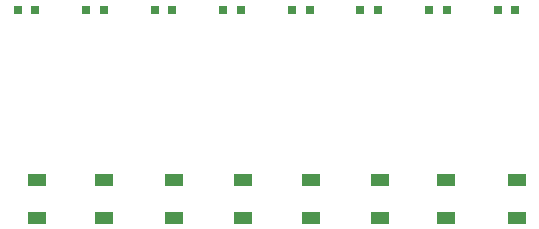
<source format=gtp>
%TF.GenerationSoftware,KiCad,Pcbnew,(6.0.0)*%
%TF.CreationDate,2022-06-12T01:08:41-04:00*%
%TF.ProjectId,8 Seg Design Tool,38205365-6720-4446-9573-69676e20546f,v01*%
%TF.SameCoordinates,Original*%
%TF.FileFunction,Paste,Top*%
%TF.FilePolarity,Positive*%
%FSLAX46Y46*%
G04 Gerber Fmt 4.6, Leading zero omitted, Abs format (unit mm)*
G04 Created by KiCad (PCBNEW (6.0.0)) date 2022-06-12 01:08:41*
%MOMM*%
%LPD*%
G01*
G04 APERTURE LIST*
%ADD10R,0.800000X0.800000*%
%ADD11R,1.600200X0.990600*%
G04 APERTURE END LIST*
D10*
X102350000Y-48265500D03*
X100850000Y-48265500D03*
X142990000Y-48265500D03*
X141490000Y-48265500D03*
D11*
X131517568Y-65862200D03*
X131517568Y-62661800D03*
D10*
X108155714Y-48265500D03*
X106655714Y-48265500D03*
D11*
X119906136Y-65862200D03*
X119906136Y-62661800D03*
X108204000Y-65862200D03*
X108204000Y-62661800D03*
D10*
X113961428Y-48265500D03*
X112461428Y-48265500D03*
X125572856Y-48265500D03*
X124072856Y-48265500D03*
D11*
X125711864Y-65862200D03*
X125711864Y-62661800D03*
X114100432Y-65862200D03*
X114100432Y-62661800D03*
X102489000Y-65862200D03*
X102489000Y-62661800D03*
D10*
X131378570Y-48265500D03*
X129878570Y-48265500D03*
X137184284Y-48265500D03*
X135684284Y-48265500D03*
D11*
X143129000Y-65862200D03*
X143129000Y-62661800D03*
D10*
X119767142Y-48265500D03*
X118267142Y-48265500D03*
D11*
X137160000Y-65862200D03*
X137160000Y-62661800D03*
M02*

</source>
